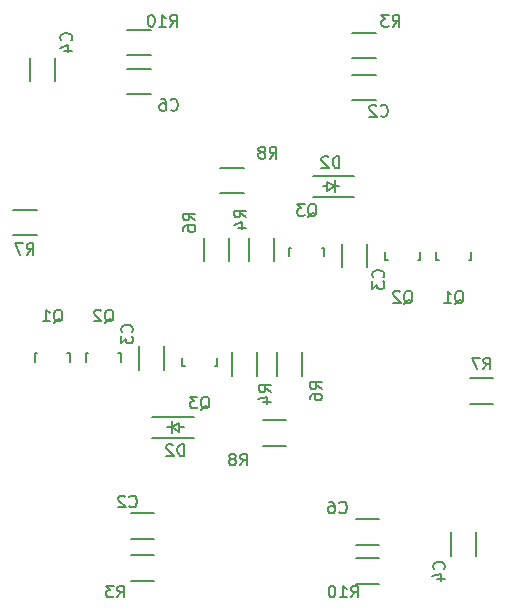
<source format=gbo>
G04 #@! TF.FileFunction,Legend,Bot*
%FSLAX46Y46*%
G04 Gerber Fmt 4.6, Leading zero omitted, Abs format (unit mm)*
G04 Created by KiCad (PCBNEW 0.201603210401+6634~43~ubuntu14.04.1-product) date mån 28 mar 2016 17:16:37*
%MOMM*%
G01*
G04 APERTURE LIST*
%ADD10C,0.050000*%
%ADD11C,0.150000*%
G04 APERTURE END LIST*
D10*
D11*
X125809500Y-136774500D02*
X127809500Y-136774500D01*
X127809500Y-134624500D02*
X125809500Y-134624500D01*
X114633500Y-144648500D02*
X116633500Y-144648500D01*
X116633500Y-142498500D02*
X114633500Y-142498500D01*
X114633500Y-148204500D02*
X116633500Y-148204500D01*
X116633500Y-146054500D02*
X114633500Y-146054500D01*
X118745000Y-135191500D02*
X119126000Y-135191500D01*
X117729000Y-135191500D02*
X118110000Y-135191500D01*
X118110000Y-135191500D02*
X118745000Y-135572500D01*
X118745000Y-135572500D02*
X118745000Y-134810500D01*
X118745000Y-134810500D02*
X118110000Y-135191500D01*
X118110000Y-135699500D02*
X118110000Y-134683500D01*
X116427500Y-134291500D02*
X119967500Y-134291500D01*
X116427500Y-136091500D02*
X119967500Y-136091500D01*
X113831320Y-129654300D02*
X113831320Y-128953260D01*
X113831320Y-128953260D02*
X113582400Y-128953260D01*
X111032340Y-128953260D02*
X110831680Y-128953260D01*
X110831680Y-128953260D02*
X110831680Y-129654300D01*
X117470500Y-130349500D02*
X117470500Y-128349500D01*
X115320500Y-128349500D02*
X115320500Y-130349500D01*
X129154500Y-130857500D02*
X129154500Y-128857500D01*
X127004500Y-128857500D02*
X127004500Y-130857500D01*
X123194500Y-128857500D02*
X123194500Y-130857500D01*
X125344500Y-130857500D02*
X125344500Y-128857500D01*
X109513320Y-129654300D02*
X109513320Y-128953260D01*
X109513320Y-128953260D02*
X109264400Y-128953260D01*
X106714340Y-128953260D02*
X106513680Y-128953260D01*
X106513680Y-128953260D02*
X106513680Y-129654300D01*
X118959680Y-129298700D02*
X118959680Y-129999740D01*
X118959680Y-129999740D02*
X119208600Y-129999740D01*
X121758660Y-129999740D02*
X121959320Y-129999740D01*
X121959320Y-129999740D02*
X121959320Y-129298700D01*
X143886500Y-146097500D02*
X143886500Y-144097500D01*
X141736500Y-144097500D02*
X141736500Y-146097500D01*
X133683500Y-148458500D02*
X135683500Y-148458500D01*
X135683500Y-146308500D02*
X133683500Y-146308500D01*
X143335500Y-133218500D02*
X145335500Y-133218500D01*
X145335500Y-131068500D02*
X143335500Y-131068500D01*
X133683500Y-145156500D02*
X135683500Y-145156500D01*
X135683500Y-143006500D02*
X133683500Y-143006500D01*
X135366000Y-105351000D02*
X133366000Y-105351000D01*
X133366000Y-107501000D02*
X135366000Y-107501000D01*
X132529000Y-119650000D02*
X132529000Y-121650000D01*
X134679000Y-121650000D02*
X134679000Y-119650000D01*
X106113000Y-103902000D02*
X106113000Y-105902000D01*
X108263000Y-105902000D02*
X108263000Y-103902000D01*
X116316000Y-104843000D02*
X114316000Y-104843000D01*
X114316000Y-106993000D02*
X116316000Y-106993000D01*
X131254500Y-114808000D02*
X130873500Y-114808000D01*
X132270500Y-114808000D02*
X131889500Y-114808000D01*
X131889500Y-114808000D02*
X131254500Y-114427000D01*
X131254500Y-114427000D02*
X131254500Y-115189000D01*
X131254500Y-115189000D02*
X131889500Y-114808000D01*
X131889500Y-114300000D02*
X131889500Y-115316000D01*
X133572000Y-115708000D02*
X130032000Y-115708000D01*
X133572000Y-113908000D02*
X130032000Y-113908000D01*
X140486180Y-120345200D02*
X140486180Y-121046240D01*
X140486180Y-121046240D02*
X140735100Y-121046240D01*
X143285160Y-121046240D02*
X143485820Y-121046240D01*
X143485820Y-121046240D02*
X143485820Y-120345200D01*
X136168180Y-120345200D02*
X136168180Y-121046240D01*
X136168180Y-121046240D02*
X136417100Y-121046240D01*
X138967160Y-121046240D02*
X139167820Y-121046240D01*
X139167820Y-121046240D02*
X139167820Y-120345200D01*
X131039820Y-120700800D02*
X131039820Y-119999760D01*
X131039820Y-119999760D02*
X130790900Y-119999760D01*
X128240840Y-119999760D02*
X128040180Y-119999760D01*
X128040180Y-119999760D02*
X128040180Y-120700800D01*
X135366000Y-101795000D02*
X133366000Y-101795000D01*
X133366000Y-103945000D02*
X135366000Y-103945000D01*
X126805000Y-121142000D02*
X126805000Y-119142000D01*
X124655000Y-119142000D02*
X124655000Y-121142000D01*
X120845000Y-119142000D02*
X120845000Y-121142000D01*
X122995000Y-121142000D02*
X122995000Y-119142000D01*
X106664000Y-116781000D02*
X104664000Y-116781000D01*
X104664000Y-118931000D02*
X106664000Y-118931000D01*
X124190000Y-113225000D02*
X122190000Y-113225000D01*
X122190000Y-115375000D02*
X124190000Y-115375000D01*
X116316000Y-101541000D02*
X114316000Y-101541000D01*
X114316000Y-103691000D02*
X116316000Y-103691000D01*
X123928166Y-138437881D02*
X124261500Y-137961690D01*
X124499595Y-138437881D02*
X124499595Y-137437881D01*
X124118642Y-137437881D01*
X124023404Y-137485500D01*
X123975785Y-137533119D01*
X123928166Y-137628357D01*
X123928166Y-137771214D01*
X123975785Y-137866452D01*
X124023404Y-137914071D01*
X124118642Y-137961690D01*
X124499595Y-137961690D01*
X123356738Y-137866452D02*
X123451976Y-137818833D01*
X123499595Y-137771214D01*
X123547214Y-137675976D01*
X123547214Y-137628357D01*
X123499595Y-137533119D01*
X123451976Y-137485500D01*
X123356738Y-137437881D01*
X123166261Y-137437881D01*
X123071023Y-137485500D01*
X123023404Y-137533119D01*
X122975785Y-137628357D01*
X122975785Y-137675976D01*
X123023404Y-137771214D01*
X123071023Y-137818833D01*
X123166261Y-137866452D01*
X123356738Y-137866452D01*
X123451976Y-137914071D01*
X123499595Y-137961690D01*
X123547214Y-138056929D01*
X123547214Y-138247405D01*
X123499595Y-138342643D01*
X123451976Y-138390262D01*
X123356738Y-138437881D01*
X123166261Y-138437881D01*
X123071023Y-138390262D01*
X123023404Y-138342643D01*
X122975785Y-138247405D01*
X122975785Y-138056929D01*
X123023404Y-137961690D01*
X123071023Y-137914071D01*
X123166261Y-137866452D01*
X114530166Y-141898643D02*
X114577785Y-141946262D01*
X114720642Y-141993881D01*
X114815880Y-141993881D01*
X114958738Y-141946262D01*
X115053976Y-141851024D01*
X115101595Y-141755786D01*
X115149214Y-141565310D01*
X115149214Y-141422452D01*
X115101595Y-141231976D01*
X115053976Y-141136738D01*
X114958738Y-141041500D01*
X114815880Y-140993881D01*
X114720642Y-140993881D01*
X114577785Y-141041500D01*
X114530166Y-141089119D01*
X114149214Y-141089119D02*
X114101595Y-141041500D01*
X114006357Y-140993881D01*
X113768261Y-140993881D01*
X113673023Y-141041500D01*
X113625404Y-141089119D01*
X113577785Y-141184357D01*
X113577785Y-141279595D01*
X113625404Y-141422452D01*
X114196833Y-141993881D01*
X113577785Y-141993881D01*
X113514166Y-149613881D02*
X113847500Y-149137690D01*
X114085595Y-149613881D02*
X114085595Y-148613881D01*
X113704642Y-148613881D01*
X113609404Y-148661500D01*
X113561785Y-148709119D01*
X113514166Y-148804357D01*
X113514166Y-148947214D01*
X113561785Y-149042452D01*
X113609404Y-149090071D01*
X113704642Y-149137690D01*
X114085595Y-149137690D01*
X113180833Y-148613881D02*
X112561785Y-148613881D01*
X112895119Y-148994833D01*
X112752261Y-148994833D01*
X112657023Y-149042452D01*
X112609404Y-149090071D01*
X112561785Y-149185310D01*
X112561785Y-149423405D01*
X112609404Y-149518643D01*
X112657023Y-149566262D01*
X112752261Y-149613881D01*
X113037976Y-149613881D01*
X113133214Y-149566262D01*
X113180833Y-149518643D01*
X119165595Y-137643881D02*
X119165595Y-136643881D01*
X118927500Y-136643881D01*
X118784642Y-136691500D01*
X118689404Y-136786738D01*
X118641785Y-136881976D01*
X118594166Y-137072452D01*
X118594166Y-137215310D01*
X118641785Y-137405786D01*
X118689404Y-137501024D01*
X118784642Y-137596262D01*
X118927500Y-137643881D01*
X119165595Y-137643881D01*
X118213214Y-136739119D02*
X118165595Y-136691500D01*
X118070357Y-136643881D01*
X117832261Y-136643881D01*
X117737023Y-136691500D01*
X117689404Y-136739119D01*
X117641785Y-136834357D01*
X117641785Y-136929595D01*
X117689404Y-137072452D01*
X118260833Y-137643881D01*
X117641785Y-137643881D01*
X112426738Y-126341119D02*
X112521976Y-126293500D01*
X112617214Y-126198262D01*
X112760071Y-126055405D01*
X112855310Y-126007786D01*
X112950548Y-126007786D01*
X112902929Y-126245881D02*
X112998167Y-126198262D01*
X113093405Y-126103024D01*
X113141024Y-125912548D01*
X113141024Y-125579214D01*
X113093405Y-125388738D01*
X112998167Y-125293500D01*
X112902929Y-125245881D01*
X112712452Y-125245881D01*
X112617214Y-125293500D01*
X112521976Y-125388738D01*
X112474357Y-125579214D01*
X112474357Y-125912548D01*
X112521976Y-126103024D01*
X112617214Y-126198262D01*
X112712452Y-126245881D01*
X112902929Y-126245881D01*
X112093405Y-125341119D02*
X112045786Y-125293500D01*
X111950548Y-125245881D01*
X111712452Y-125245881D01*
X111617214Y-125293500D01*
X111569595Y-125341119D01*
X111521976Y-125436357D01*
X111521976Y-125531595D01*
X111569595Y-125674452D01*
X112141024Y-126245881D01*
X111521976Y-126245881D01*
X114720643Y-127150834D02*
X114768262Y-127103215D01*
X114815881Y-126960358D01*
X114815881Y-126865120D01*
X114768262Y-126722262D01*
X114673024Y-126627024D01*
X114577786Y-126579405D01*
X114387310Y-126531786D01*
X114244452Y-126531786D01*
X114053976Y-126579405D01*
X113958738Y-126627024D01*
X113863500Y-126722262D01*
X113815881Y-126865120D01*
X113815881Y-126960358D01*
X113863500Y-127103215D01*
X113911119Y-127150834D01*
X113815881Y-127484167D02*
X113815881Y-128103215D01*
X114196833Y-127769881D01*
X114196833Y-127912739D01*
X114244452Y-128007977D01*
X114292071Y-128055596D01*
X114387310Y-128103215D01*
X114625405Y-128103215D01*
X114720643Y-128055596D01*
X114768262Y-128007977D01*
X114815881Y-127912739D01*
X114815881Y-127627024D01*
X114768262Y-127531786D01*
X114720643Y-127484167D01*
X130817881Y-131976834D02*
X130341690Y-131643500D01*
X130817881Y-131405405D02*
X129817881Y-131405405D01*
X129817881Y-131786358D01*
X129865500Y-131881596D01*
X129913119Y-131929215D01*
X130008357Y-131976834D01*
X130151214Y-131976834D01*
X130246452Y-131929215D01*
X130294071Y-131881596D01*
X130341690Y-131786358D01*
X130341690Y-131405405D01*
X129817881Y-132833977D02*
X129817881Y-132643500D01*
X129865500Y-132548262D01*
X129913119Y-132500643D01*
X130055976Y-132405405D01*
X130246452Y-132357786D01*
X130627405Y-132357786D01*
X130722643Y-132405405D01*
X130770262Y-132453024D01*
X130817881Y-132548262D01*
X130817881Y-132738739D01*
X130770262Y-132833977D01*
X130722643Y-132881596D01*
X130627405Y-132929215D01*
X130389310Y-132929215D01*
X130294071Y-132881596D01*
X130246452Y-132833977D01*
X130198833Y-132738739D01*
X130198833Y-132548262D01*
X130246452Y-132453024D01*
X130294071Y-132405405D01*
X130389310Y-132357786D01*
X126499881Y-132230834D02*
X126023690Y-131897500D01*
X126499881Y-131659405D02*
X125499881Y-131659405D01*
X125499881Y-132040358D01*
X125547500Y-132135596D01*
X125595119Y-132183215D01*
X125690357Y-132230834D01*
X125833214Y-132230834D01*
X125928452Y-132183215D01*
X125976071Y-132135596D01*
X126023690Y-132040358D01*
X126023690Y-131659405D01*
X125833214Y-133087977D02*
X126499881Y-133087977D01*
X125452262Y-132849881D02*
X126166548Y-132611786D01*
X126166548Y-133230834D01*
X108108738Y-126341119D02*
X108203976Y-126293500D01*
X108299214Y-126198262D01*
X108442071Y-126055405D01*
X108537310Y-126007786D01*
X108632548Y-126007786D01*
X108584929Y-126245881D02*
X108680167Y-126198262D01*
X108775405Y-126103024D01*
X108823024Y-125912548D01*
X108823024Y-125579214D01*
X108775405Y-125388738D01*
X108680167Y-125293500D01*
X108584929Y-125245881D01*
X108394452Y-125245881D01*
X108299214Y-125293500D01*
X108203976Y-125388738D01*
X108156357Y-125579214D01*
X108156357Y-125912548D01*
X108203976Y-126103024D01*
X108299214Y-126198262D01*
X108394452Y-126245881D01*
X108584929Y-126245881D01*
X107203976Y-126245881D02*
X107775405Y-126245881D01*
X107489691Y-126245881D02*
X107489691Y-125245881D01*
X107584929Y-125388738D01*
X107680167Y-125483976D01*
X107775405Y-125531595D01*
X120554738Y-133707119D02*
X120649976Y-133659500D01*
X120745214Y-133564262D01*
X120888071Y-133421405D01*
X120983310Y-133373786D01*
X121078548Y-133373786D01*
X121030929Y-133611881D02*
X121126167Y-133564262D01*
X121221405Y-133469024D01*
X121269024Y-133278548D01*
X121269024Y-132945214D01*
X121221405Y-132754738D01*
X121126167Y-132659500D01*
X121030929Y-132611881D01*
X120840452Y-132611881D01*
X120745214Y-132659500D01*
X120649976Y-132754738D01*
X120602357Y-132945214D01*
X120602357Y-133278548D01*
X120649976Y-133469024D01*
X120745214Y-133564262D01*
X120840452Y-133611881D01*
X121030929Y-133611881D01*
X120269024Y-132611881D02*
X119649976Y-132611881D01*
X119983310Y-132992833D01*
X119840452Y-132992833D01*
X119745214Y-133040452D01*
X119697595Y-133088071D01*
X119649976Y-133183310D01*
X119649976Y-133421405D01*
X119697595Y-133516643D01*
X119745214Y-133564262D01*
X119840452Y-133611881D01*
X120126167Y-133611881D01*
X120221405Y-133564262D01*
X120269024Y-133516643D01*
X141136643Y-147216834D02*
X141184262Y-147169215D01*
X141231881Y-147026358D01*
X141231881Y-146931120D01*
X141184262Y-146788262D01*
X141089024Y-146693024D01*
X140993786Y-146645405D01*
X140803310Y-146597786D01*
X140660452Y-146597786D01*
X140469976Y-146645405D01*
X140374738Y-146693024D01*
X140279500Y-146788262D01*
X140231881Y-146931120D01*
X140231881Y-147026358D01*
X140279500Y-147169215D01*
X140327119Y-147216834D01*
X140565214Y-148073977D02*
X141231881Y-148073977D01*
X140184262Y-147835881D02*
X140898548Y-147597786D01*
X140898548Y-148216834D01*
X133294357Y-149613881D02*
X133627691Y-149137690D01*
X133865786Y-149613881D02*
X133865786Y-148613881D01*
X133484833Y-148613881D01*
X133389595Y-148661500D01*
X133341976Y-148709119D01*
X133294357Y-148804357D01*
X133294357Y-148947214D01*
X133341976Y-149042452D01*
X133389595Y-149090071D01*
X133484833Y-149137690D01*
X133865786Y-149137690D01*
X132341976Y-149613881D02*
X132913405Y-149613881D01*
X132627691Y-149613881D02*
X132627691Y-148613881D01*
X132722929Y-148756738D01*
X132818167Y-148851976D01*
X132913405Y-148899595D01*
X131722929Y-148613881D02*
X131627690Y-148613881D01*
X131532452Y-148661500D01*
X131484833Y-148709119D01*
X131437214Y-148804357D01*
X131389595Y-148994833D01*
X131389595Y-149232929D01*
X131437214Y-149423405D01*
X131484833Y-149518643D01*
X131532452Y-149566262D01*
X131627690Y-149613881D01*
X131722929Y-149613881D01*
X131818167Y-149566262D01*
X131865786Y-149518643D01*
X131913405Y-149423405D01*
X131961024Y-149232929D01*
X131961024Y-148994833D01*
X131913405Y-148804357D01*
X131865786Y-148709119D01*
X131818167Y-148661500D01*
X131722929Y-148613881D01*
X144502166Y-130295881D02*
X144835500Y-129819690D01*
X145073595Y-130295881D02*
X145073595Y-129295881D01*
X144692642Y-129295881D01*
X144597404Y-129343500D01*
X144549785Y-129391119D01*
X144502166Y-129486357D01*
X144502166Y-129629214D01*
X144549785Y-129724452D01*
X144597404Y-129772071D01*
X144692642Y-129819690D01*
X145073595Y-129819690D01*
X144168833Y-129295881D02*
X143502166Y-129295881D01*
X143930738Y-130295881D01*
X132310166Y-142406643D02*
X132357785Y-142454262D01*
X132500642Y-142501881D01*
X132595880Y-142501881D01*
X132738738Y-142454262D01*
X132833976Y-142359024D01*
X132881595Y-142263786D01*
X132929214Y-142073310D01*
X132929214Y-141930452D01*
X132881595Y-141739976D01*
X132833976Y-141644738D01*
X132738738Y-141549500D01*
X132595880Y-141501881D01*
X132500642Y-141501881D01*
X132357785Y-141549500D01*
X132310166Y-141597119D01*
X131453023Y-141501881D02*
X131643500Y-141501881D01*
X131738738Y-141549500D01*
X131786357Y-141597119D01*
X131881595Y-141739976D01*
X131929214Y-141930452D01*
X131929214Y-142311405D01*
X131881595Y-142406643D01*
X131833976Y-142454262D01*
X131738738Y-142501881D01*
X131548261Y-142501881D01*
X131453023Y-142454262D01*
X131405404Y-142406643D01*
X131357785Y-142311405D01*
X131357785Y-142073310D01*
X131405404Y-141978071D01*
X131453023Y-141930452D01*
X131548261Y-141882833D01*
X131738738Y-141882833D01*
X131833976Y-141930452D01*
X131881595Y-141978071D01*
X131929214Y-142073310D01*
X135802666Y-108815143D02*
X135850285Y-108862762D01*
X135993142Y-108910381D01*
X136088380Y-108910381D01*
X136231238Y-108862762D01*
X136326476Y-108767524D01*
X136374095Y-108672286D01*
X136421714Y-108481810D01*
X136421714Y-108338952D01*
X136374095Y-108148476D01*
X136326476Y-108053238D01*
X136231238Y-107958000D01*
X136088380Y-107910381D01*
X135993142Y-107910381D01*
X135850285Y-107958000D01*
X135802666Y-108005619D01*
X135421714Y-108005619D02*
X135374095Y-107958000D01*
X135278857Y-107910381D01*
X135040761Y-107910381D01*
X134945523Y-107958000D01*
X134897904Y-108005619D01*
X134850285Y-108100857D01*
X134850285Y-108196095D01*
X134897904Y-108338952D01*
X135469333Y-108910381D01*
X134850285Y-108910381D01*
X135993143Y-122515334D02*
X136040762Y-122467715D01*
X136088381Y-122324858D01*
X136088381Y-122229620D01*
X136040762Y-122086762D01*
X135945524Y-121991524D01*
X135850286Y-121943905D01*
X135659810Y-121896286D01*
X135516952Y-121896286D01*
X135326476Y-121943905D01*
X135231238Y-121991524D01*
X135136000Y-122086762D01*
X135088381Y-122229620D01*
X135088381Y-122324858D01*
X135136000Y-122467715D01*
X135183619Y-122515334D01*
X135088381Y-122848667D02*
X135088381Y-123467715D01*
X135469333Y-123134381D01*
X135469333Y-123277239D01*
X135516952Y-123372477D01*
X135564571Y-123420096D01*
X135659810Y-123467715D01*
X135897905Y-123467715D01*
X135993143Y-123420096D01*
X136040762Y-123372477D01*
X136088381Y-123277239D01*
X136088381Y-122991524D01*
X136040762Y-122896286D01*
X135993143Y-122848667D01*
X109577143Y-102449334D02*
X109624762Y-102401715D01*
X109672381Y-102258858D01*
X109672381Y-102163620D01*
X109624762Y-102020762D01*
X109529524Y-101925524D01*
X109434286Y-101877905D01*
X109243810Y-101830286D01*
X109100952Y-101830286D01*
X108910476Y-101877905D01*
X108815238Y-101925524D01*
X108720000Y-102020762D01*
X108672381Y-102163620D01*
X108672381Y-102258858D01*
X108720000Y-102401715D01*
X108767619Y-102449334D01*
X109005714Y-103306477D02*
X109672381Y-103306477D01*
X108624762Y-103068381D02*
X109339048Y-102830286D01*
X109339048Y-103449334D01*
X118022666Y-108307143D02*
X118070285Y-108354762D01*
X118213142Y-108402381D01*
X118308380Y-108402381D01*
X118451238Y-108354762D01*
X118546476Y-108259524D01*
X118594095Y-108164286D01*
X118641714Y-107973810D01*
X118641714Y-107830952D01*
X118594095Y-107640476D01*
X118546476Y-107545238D01*
X118451238Y-107450000D01*
X118308380Y-107402381D01*
X118213142Y-107402381D01*
X118070285Y-107450000D01*
X118022666Y-107497619D01*
X117165523Y-107402381D02*
X117356000Y-107402381D01*
X117451238Y-107450000D01*
X117498857Y-107497619D01*
X117594095Y-107640476D01*
X117641714Y-107830952D01*
X117641714Y-108211905D01*
X117594095Y-108307143D01*
X117546476Y-108354762D01*
X117451238Y-108402381D01*
X117260761Y-108402381D01*
X117165523Y-108354762D01*
X117117904Y-108307143D01*
X117070285Y-108211905D01*
X117070285Y-107973810D01*
X117117904Y-107878571D01*
X117165523Y-107830952D01*
X117260761Y-107783333D01*
X117451238Y-107783333D01*
X117546476Y-107830952D01*
X117594095Y-107878571D01*
X117641714Y-107973810D01*
X132310095Y-113260381D02*
X132310095Y-112260381D01*
X132072000Y-112260381D01*
X131929142Y-112308000D01*
X131833904Y-112403238D01*
X131786285Y-112498476D01*
X131738666Y-112688952D01*
X131738666Y-112831810D01*
X131786285Y-113022286D01*
X131833904Y-113117524D01*
X131929142Y-113212762D01*
X132072000Y-113260381D01*
X132310095Y-113260381D01*
X131357714Y-112355619D02*
X131310095Y-112308000D01*
X131214857Y-112260381D01*
X130976761Y-112260381D01*
X130881523Y-112308000D01*
X130833904Y-112355619D01*
X130786285Y-112450857D01*
X130786285Y-112546095D01*
X130833904Y-112688952D01*
X131405333Y-113260381D01*
X130786285Y-113260381D01*
X142081238Y-124753619D02*
X142176476Y-124706000D01*
X142271714Y-124610762D01*
X142414571Y-124467905D01*
X142509810Y-124420286D01*
X142605048Y-124420286D01*
X142557429Y-124658381D02*
X142652667Y-124610762D01*
X142747905Y-124515524D01*
X142795524Y-124325048D01*
X142795524Y-123991714D01*
X142747905Y-123801238D01*
X142652667Y-123706000D01*
X142557429Y-123658381D01*
X142366952Y-123658381D01*
X142271714Y-123706000D01*
X142176476Y-123801238D01*
X142128857Y-123991714D01*
X142128857Y-124325048D01*
X142176476Y-124515524D01*
X142271714Y-124610762D01*
X142366952Y-124658381D01*
X142557429Y-124658381D01*
X141176476Y-124658381D02*
X141747905Y-124658381D01*
X141462191Y-124658381D02*
X141462191Y-123658381D01*
X141557429Y-123801238D01*
X141652667Y-123896476D01*
X141747905Y-123944095D01*
X137763238Y-124753619D02*
X137858476Y-124706000D01*
X137953714Y-124610762D01*
X138096571Y-124467905D01*
X138191810Y-124420286D01*
X138287048Y-124420286D01*
X138239429Y-124658381D02*
X138334667Y-124610762D01*
X138429905Y-124515524D01*
X138477524Y-124325048D01*
X138477524Y-123991714D01*
X138429905Y-123801238D01*
X138334667Y-123706000D01*
X138239429Y-123658381D01*
X138048952Y-123658381D01*
X137953714Y-123706000D01*
X137858476Y-123801238D01*
X137810857Y-123991714D01*
X137810857Y-124325048D01*
X137858476Y-124515524D01*
X137953714Y-124610762D01*
X138048952Y-124658381D01*
X138239429Y-124658381D01*
X137429905Y-123753619D02*
X137382286Y-123706000D01*
X137287048Y-123658381D01*
X137048952Y-123658381D01*
X136953714Y-123706000D01*
X136906095Y-123753619D01*
X136858476Y-123848857D01*
X136858476Y-123944095D01*
X136906095Y-124086952D01*
X137477524Y-124658381D01*
X136858476Y-124658381D01*
X129635238Y-117387619D02*
X129730476Y-117340000D01*
X129825714Y-117244762D01*
X129968571Y-117101905D01*
X130063810Y-117054286D01*
X130159048Y-117054286D01*
X130111429Y-117292381D02*
X130206667Y-117244762D01*
X130301905Y-117149524D01*
X130349524Y-116959048D01*
X130349524Y-116625714D01*
X130301905Y-116435238D01*
X130206667Y-116340000D01*
X130111429Y-116292381D01*
X129920952Y-116292381D01*
X129825714Y-116340000D01*
X129730476Y-116435238D01*
X129682857Y-116625714D01*
X129682857Y-116959048D01*
X129730476Y-117149524D01*
X129825714Y-117244762D01*
X129920952Y-117292381D01*
X130111429Y-117292381D01*
X129349524Y-116292381D02*
X128730476Y-116292381D01*
X129063810Y-116673333D01*
X128920952Y-116673333D01*
X128825714Y-116720952D01*
X128778095Y-116768571D01*
X128730476Y-116863810D01*
X128730476Y-117101905D01*
X128778095Y-117197143D01*
X128825714Y-117244762D01*
X128920952Y-117292381D01*
X129206667Y-117292381D01*
X129301905Y-117244762D01*
X129349524Y-117197143D01*
X136818666Y-101290381D02*
X137152000Y-100814190D01*
X137390095Y-101290381D02*
X137390095Y-100290381D01*
X137009142Y-100290381D01*
X136913904Y-100338000D01*
X136866285Y-100385619D01*
X136818666Y-100480857D01*
X136818666Y-100623714D01*
X136866285Y-100718952D01*
X136913904Y-100766571D01*
X137009142Y-100814190D01*
X137390095Y-100814190D01*
X136485333Y-100290381D02*
X135866285Y-100290381D01*
X136199619Y-100671333D01*
X136056761Y-100671333D01*
X135961523Y-100718952D01*
X135913904Y-100766571D01*
X135866285Y-100861810D01*
X135866285Y-101099905D01*
X135913904Y-101195143D01*
X135961523Y-101242762D01*
X136056761Y-101290381D01*
X136342476Y-101290381D01*
X136437714Y-101242762D01*
X136485333Y-101195143D01*
X124404381Y-117435334D02*
X123928190Y-117102000D01*
X124404381Y-116863905D02*
X123404381Y-116863905D01*
X123404381Y-117244858D01*
X123452000Y-117340096D01*
X123499619Y-117387715D01*
X123594857Y-117435334D01*
X123737714Y-117435334D01*
X123832952Y-117387715D01*
X123880571Y-117340096D01*
X123928190Y-117244858D01*
X123928190Y-116863905D01*
X123737714Y-118292477D02*
X124404381Y-118292477D01*
X123356762Y-118054381D02*
X124071048Y-117816286D01*
X124071048Y-118435334D01*
X120086381Y-117689334D02*
X119610190Y-117356000D01*
X120086381Y-117117905D02*
X119086381Y-117117905D01*
X119086381Y-117498858D01*
X119134000Y-117594096D01*
X119181619Y-117641715D01*
X119276857Y-117689334D01*
X119419714Y-117689334D01*
X119514952Y-117641715D01*
X119562571Y-117594096D01*
X119610190Y-117498858D01*
X119610190Y-117117905D01*
X119086381Y-118546477D02*
X119086381Y-118356000D01*
X119134000Y-118260762D01*
X119181619Y-118213143D01*
X119324476Y-118117905D01*
X119514952Y-118070286D01*
X119895905Y-118070286D01*
X119991143Y-118117905D01*
X120038762Y-118165524D01*
X120086381Y-118260762D01*
X120086381Y-118451239D01*
X120038762Y-118546477D01*
X119991143Y-118594096D01*
X119895905Y-118641715D01*
X119657810Y-118641715D01*
X119562571Y-118594096D01*
X119514952Y-118546477D01*
X119467333Y-118451239D01*
X119467333Y-118260762D01*
X119514952Y-118165524D01*
X119562571Y-118117905D01*
X119657810Y-118070286D01*
X105830666Y-120608381D02*
X106164000Y-120132190D01*
X106402095Y-120608381D02*
X106402095Y-119608381D01*
X106021142Y-119608381D01*
X105925904Y-119656000D01*
X105878285Y-119703619D01*
X105830666Y-119798857D01*
X105830666Y-119941714D01*
X105878285Y-120036952D01*
X105925904Y-120084571D01*
X106021142Y-120132190D01*
X106402095Y-120132190D01*
X105497333Y-119608381D02*
X104830666Y-119608381D01*
X105259238Y-120608381D01*
X126404666Y-112466381D02*
X126738000Y-111990190D01*
X126976095Y-112466381D02*
X126976095Y-111466381D01*
X126595142Y-111466381D01*
X126499904Y-111514000D01*
X126452285Y-111561619D01*
X126404666Y-111656857D01*
X126404666Y-111799714D01*
X126452285Y-111894952D01*
X126499904Y-111942571D01*
X126595142Y-111990190D01*
X126976095Y-111990190D01*
X125833238Y-111894952D02*
X125928476Y-111847333D01*
X125976095Y-111799714D01*
X126023714Y-111704476D01*
X126023714Y-111656857D01*
X125976095Y-111561619D01*
X125928476Y-111514000D01*
X125833238Y-111466381D01*
X125642761Y-111466381D01*
X125547523Y-111514000D01*
X125499904Y-111561619D01*
X125452285Y-111656857D01*
X125452285Y-111704476D01*
X125499904Y-111799714D01*
X125547523Y-111847333D01*
X125642761Y-111894952D01*
X125833238Y-111894952D01*
X125928476Y-111942571D01*
X125976095Y-111990190D01*
X126023714Y-112085429D01*
X126023714Y-112275905D01*
X125976095Y-112371143D01*
X125928476Y-112418762D01*
X125833238Y-112466381D01*
X125642761Y-112466381D01*
X125547523Y-112418762D01*
X125499904Y-112371143D01*
X125452285Y-112275905D01*
X125452285Y-112085429D01*
X125499904Y-111990190D01*
X125547523Y-111942571D01*
X125642761Y-111894952D01*
X117990857Y-101290381D02*
X118324191Y-100814190D01*
X118562286Y-101290381D02*
X118562286Y-100290381D01*
X118181333Y-100290381D01*
X118086095Y-100338000D01*
X118038476Y-100385619D01*
X117990857Y-100480857D01*
X117990857Y-100623714D01*
X118038476Y-100718952D01*
X118086095Y-100766571D01*
X118181333Y-100814190D01*
X118562286Y-100814190D01*
X117038476Y-101290381D02*
X117609905Y-101290381D01*
X117324191Y-101290381D02*
X117324191Y-100290381D01*
X117419429Y-100433238D01*
X117514667Y-100528476D01*
X117609905Y-100576095D01*
X116419429Y-100290381D02*
X116324190Y-100290381D01*
X116228952Y-100338000D01*
X116181333Y-100385619D01*
X116133714Y-100480857D01*
X116086095Y-100671333D01*
X116086095Y-100909429D01*
X116133714Y-101099905D01*
X116181333Y-101195143D01*
X116228952Y-101242762D01*
X116324190Y-101290381D01*
X116419429Y-101290381D01*
X116514667Y-101242762D01*
X116562286Y-101195143D01*
X116609905Y-101099905D01*
X116657524Y-100909429D01*
X116657524Y-100671333D01*
X116609905Y-100480857D01*
X116562286Y-100385619D01*
X116514667Y-100338000D01*
X116419429Y-100290381D01*
M02*

</source>
